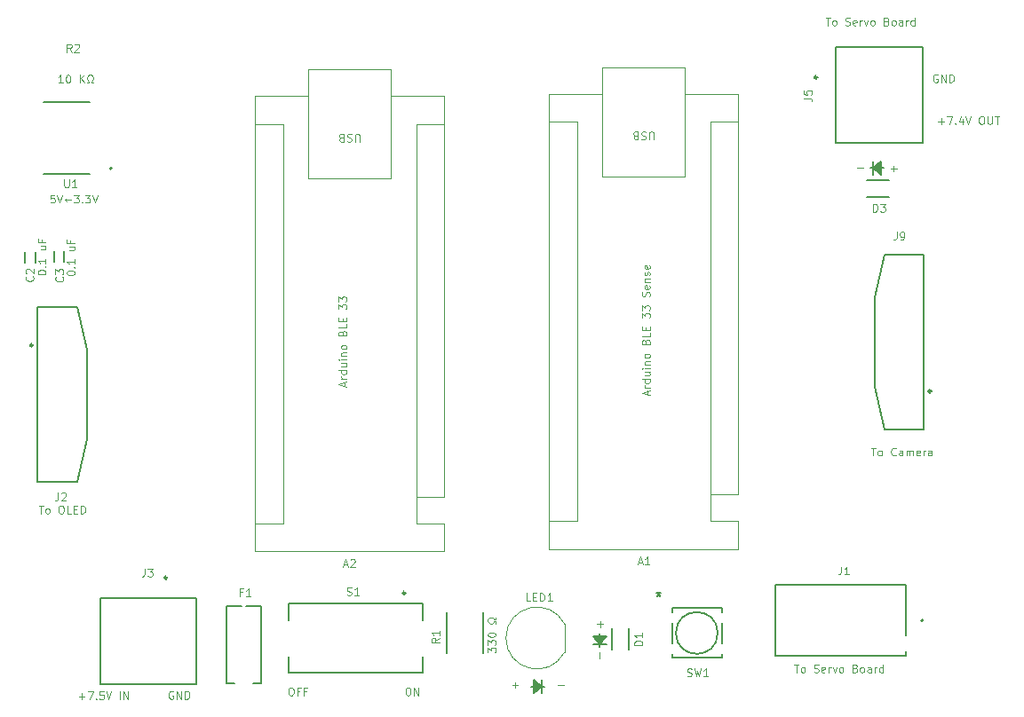
<source format=gto>
%TF.GenerationSoftware,KiCad,Pcbnew,6.0.10-86aedd382b~118~ubuntu18.04.1*%
%TF.CreationDate,2023-06-08T12:45:09-07:00*%
%TF.ProjectId,1000026_V0.kicad_pcb,31303030-3032-4365-9f56-302e6b696361,rev?*%
%TF.SameCoordinates,Original*%
%TF.FileFunction,Legend,Top*%
%TF.FilePolarity,Positive*%
%FSLAX46Y46*%
G04 Gerber Fmt 4.6, Leading zero omitted, Abs format (unit mm)*
G04 Created by KiCad (PCBNEW 6.0.10-86aedd382b~118~ubuntu18.04.1) date 2023-06-08 12:45:09*
%MOMM*%
%LPD*%
G01*
G04 APERTURE LIST*
%ADD10C,0.120000*%
%ADD11C,0.150000*%
%ADD12C,0.127000*%
%ADD13C,0.152400*%
%ADD14C,0.250000*%
%ADD15C,0.260000*%
%ADD16C,0.210000*%
%ADD17C,0.200000*%
G04 APERTURE END LIST*
D10*
X104607657Y-73352485D02*
X104250514Y-73352485D01*
X104214800Y-73709628D01*
X104250514Y-73673914D01*
X104321942Y-73638200D01*
X104500514Y-73638200D01*
X104571942Y-73673914D01*
X104607657Y-73709628D01*
X104643371Y-73781057D01*
X104643371Y-73959628D01*
X104607657Y-74031057D01*
X104571942Y-74066771D01*
X104500514Y-74102485D01*
X104321942Y-74102485D01*
X104250514Y-74066771D01*
X104214800Y-74031057D01*
X104857657Y-73352485D02*
X105107657Y-74102485D01*
X105357657Y-73352485D01*
X106179085Y-73816771D02*
X105607657Y-73816771D01*
X105750514Y-73959628D02*
X105607657Y-73816771D01*
X105750514Y-73673914D01*
X106464800Y-73352485D02*
X106929085Y-73352485D01*
X106679085Y-73638200D01*
X106786228Y-73638200D01*
X106857657Y-73673914D01*
X106893371Y-73709628D01*
X106929085Y-73781057D01*
X106929085Y-73959628D01*
X106893371Y-74031057D01*
X106857657Y-74066771D01*
X106786228Y-74102485D01*
X106571942Y-74102485D01*
X106500514Y-74066771D01*
X106464800Y-74031057D01*
X107250514Y-74031057D02*
X107286228Y-74066771D01*
X107250514Y-74102485D01*
X107214800Y-74066771D01*
X107250514Y-74031057D01*
X107250514Y-74102485D01*
X107536228Y-73352485D02*
X108000514Y-73352485D01*
X107750514Y-73638200D01*
X107857657Y-73638200D01*
X107929085Y-73673914D01*
X107964800Y-73709628D01*
X108000514Y-73781057D01*
X108000514Y-73959628D01*
X107964800Y-74031057D01*
X107929085Y-74066771D01*
X107857657Y-74102485D01*
X107643371Y-74102485D01*
X107571942Y-74066771D01*
X107536228Y-74031057D01*
X108214800Y-73352485D02*
X108464800Y-74102485D01*
X108714800Y-73352485D01*
X103114800Y-103002485D02*
X103543371Y-103002485D01*
X103329085Y-103752485D02*
X103329085Y-103002485D01*
X103900514Y-103752485D02*
X103829085Y-103716771D01*
X103793371Y-103681057D01*
X103757657Y-103609628D01*
X103757657Y-103395342D01*
X103793371Y-103323914D01*
X103829085Y-103288200D01*
X103900514Y-103252485D01*
X104007657Y-103252485D01*
X104079085Y-103288200D01*
X104114800Y-103323914D01*
X104150514Y-103395342D01*
X104150514Y-103609628D01*
X104114800Y-103681057D01*
X104079085Y-103716771D01*
X104007657Y-103752485D01*
X103900514Y-103752485D01*
X105186228Y-103002485D02*
X105329085Y-103002485D01*
X105400514Y-103038200D01*
X105471942Y-103109628D01*
X105507657Y-103252485D01*
X105507657Y-103502485D01*
X105471942Y-103645342D01*
X105400514Y-103716771D01*
X105329085Y-103752485D01*
X105186228Y-103752485D01*
X105114800Y-103716771D01*
X105043371Y-103645342D01*
X105007657Y-103502485D01*
X105007657Y-103252485D01*
X105043371Y-103109628D01*
X105114800Y-103038200D01*
X105186228Y-103002485D01*
X106186228Y-103752485D02*
X105829085Y-103752485D01*
X105829085Y-103002485D01*
X106436228Y-103359628D02*
X106686228Y-103359628D01*
X106793371Y-103752485D02*
X106436228Y-103752485D01*
X106436228Y-103002485D01*
X106793371Y-103002485D01*
X107114800Y-103752485D02*
X107114800Y-103002485D01*
X107293371Y-103002485D01*
X107400514Y-103038200D01*
X107471942Y-103109628D01*
X107507657Y-103181057D01*
X107543371Y-103323914D01*
X107543371Y-103431057D01*
X107507657Y-103573914D01*
X107471942Y-103645342D01*
X107400514Y-103716771D01*
X107293371Y-103752485D01*
X107114800Y-103752485D01*
X132239800Y-91563200D02*
X132239800Y-91206057D01*
X132454085Y-91634628D02*
X131704085Y-91384628D01*
X132454085Y-91134628D01*
X132454085Y-90884628D02*
X131954085Y-90884628D01*
X132096942Y-90884628D02*
X132025514Y-90848914D01*
X131989800Y-90813200D01*
X131954085Y-90741771D01*
X131954085Y-90670342D01*
X132454085Y-90098914D02*
X131704085Y-90098914D01*
X132418371Y-90098914D02*
X132454085Y-90170342D01*
X132454085Y-90313200D01*
X132418371Y-90384628D01*
X132382657Y-90420342D01*
X132311228Y-90456057D01*
X132096942Y-90456057D01*
X132025514Y-90420342D01*
X131989800Y-90384628D01*
X131954085Y-90313200D01*
X131954085Y-90170342D01*
X131989800Y-90098914D01*
X131954085Y-89420342D02*
X132454085Y-89420342D01*
X131954085Y-89741771D02*
X132346942Y-89741771D01*
X132418371Y-89706057D01*
X132454085Y-89634628D01*
X132454085Y-89527485D01*
X132418371Y-89456057D01*
X132382657Y-89420342D01*
X132454085Y-89063200D02*
X131954085Y-89063200D01*
X131704085Y-89063200D02*
X131739800Y-89098914D01*
X131775514Y-89063200D01*
X131739800Y-89027485D01*
X131704085Y-89063200D01*
X131775514Y-89063200D01*
X131954085Y-88706057D02*
X132454085Y-88706057D01*
X132025514Y-88706057D02*
X131989800Y-88670342D01*
X131954085Y-88598914D01*
X131954085Y-88491771D01*
X131989800Y-88420342D01*
X132061228Y-88384628D01*
X132454085Y-88384628D01*
X132454085Y-87920342D02*
X132418371Y-87991771D01*
X132382657Y-88027485D01*
X132311228Y-88063200D01*
X132096942Y-88063200D01*
X132025514Y-88027485D01*
X131989800Y-87991771D01*
X131954085Y-87920342D01*
X131954085Y-87813200D01*
X131989800Y-87741771D01*
X132025514Y-87706057D01*
X132096942Y-87670342D01*
X132311228Y-87670342D01*
X132382657Y-87706057D01*
X132418371Y-87741771D01*
X132454085Y-87813200D01*
X132454085Y-87920342D01*
X132061228Y-86527485D02*
X132096942Y-86420342D01*
X132132657Y-86384628D01*
X132204085Y-86348914D01*
X132311228Y-86348914D01*
X132382657Y-86384628D01*
X132418371Y-86420342D01*
X132454085Y-86491771D01*
X132454085Y-86777485D01*
X131704085Y-86777485D01*
X131704085Y-86527485D01*
X131739800Y-86456057D01*
X131775514Y-86420342D01*
X131846942Y-86384628D01*
X131918371Y-86384628D01*
X131989800Y-86420342D01*
X132025514Y-86456057D01*
X132061228Y-86527485D01*
X132061228Y-86777485D01*
X132454085Y-85670342D02*
X132454085Y-86027485D01*
X131704085Y-86027485D01*
X132061228Y-85420342D02*
X132061228Y-85170342D01*
X132454085Y-85063200D02*
X132454085Y-85420342D01*
X131704085Y-85420342D01*
X131704085Y-85063200D01*
X131704085Y-84241771D02*
X131704085Y-83777485D01*
X131989800Y-84027485D01*
X131989800Y-83920342D01*
X132025514Y-83848914D01*
X132061228Y-83813200D01*
X132132657Y-83777485D01*
X132311228Y-83777485D01*
X132382657Y-83813200D01*
X132418371Y-83848914D01*
X132454085Y-83920342D01*
X132454085Y-84134628D01*
X132418371Y-84206057D01*
X132382657Y-84241771D01*
X131704085Y-83527485D02*
X131704085Y-83063200D01*
X131989800Y-83313200D01*
X131989800Y-83206057D01*
X132025514Y-83134628D01*
X132061228Y-83098914D01*
X132132657Y-83063200D01*
X132311228Y-83063200D01*
X132382657Y-83098914D01*
X132418371Y-83134628D01*
X132454085Y-83206057D01*
X132454085Y-83420342D01*
X132418371Y-83491771D01*
X132382657Y-83527485D01*
X138250514Y-120352485D02*
X138393371Y-120352485D01*
X138464800Y-120388200D01*
X138536228Y-120459628D01*
X138571942Y-120602485D01*
X138571942Y-120852485D01*
X138536228Y-120995342D01*
X138464800Y-121066771D01*
X138393371Y-121102485D01*
X138250514Y-121102485D01*
X138179085Y-121066771D01*
X138107657Y-120995342D01*
X138071942Y-120852485D01*
X138071942Y-120602485D01*
X138107657Y-120459628D01*
X138179085Y-120388200D01*
X138250514Y-120352485D01*
X138893371Y-121102485D02*
X138893371Y-120352485D01*
X139321942Y-121102485D01*
X139321942Y-120352485D01*
X127100514Y-120352485D02*
X127243371Y-120352485D01*
X127314800Y-120388200D01*
X127386228Y-120459628D01*
X127421942Y-120602485D01*
X127421942Y-120852485D01*
X127386228Y-120995342D01*
X127314800Y-121066771D01*
X127243371Y-121102485D01*
X127100514Y-121102485D01*
X127029085Y-121066771D01*
X126957657Y-120995342D01*
X126921942Y-120852485D01*
X126921942Y-120602485D01*
X126957657Y-120459628D01*
X127029085Y-120388200D01*
X127100514Y-120352485D01*
X127993371Y-120709628D02*
X127743371Y-120709628D01*
X127743371Y-121102485D02*
X127743371Y-120352485D01*
X128100514Y-120352485D01*
X128636228Y-120709628D02*
X128386228Y-120709628D01*
X128386228Y-121102485D02*
X128386228Y-120352485D01*
X128743371Y-120352485D01*
X182468371Y-97477485D02*
X182896942Y-97477485D01*
X182682657Y-98227485D02*
X182682657Y-97477485D01*
X183254085Y-98227485D02*
X183182657Y-98191771D01*
X183146942Y-98156057D01*
X183111228Y-98084628D01*
X183111228Y-97870342D01*
X183146942Y-97798914D01*
X183182657Y-97763200D01*
X183254085Y-97727485D01*
X183361228Y-97727485D01*
X183432657Y-97763200D01*
X183468371Y-97798914D01*
X183504085Y-97870342D01*
X183504085Y-98084628D01*
X183468371Y-98156057D01*
X183432657Y-98191771D01*
X183361228Y-98227485D01*
X183254085Y-98227485D01*
X184825514Y-98156057D02*
X184789800Y-98191771D01*
X184682657Y-98227485D01*
X184611228Y-98227485D01*
X184504085Y-98191771D01*
X184432657Y-98120342D01*
X184396942Y-98048914D01*
X184361228Y-97906057D01*
X184361228Y-97798914D01*
X184396942Y-97656057D01*
X184432657Y-97584628D01*
X184504085Y-97513200D01*
X184611228Y-97477485D01*
X184682657Y-97477485D01*
X184789800Y-97513200D01*
X184825514Y-97548914D01*
X185468371Y-98227485D02*
X185468371Y-97834628D01*
X185432657Y-97763200D01*
X185361228Y-97727485D01*
X185218371Y-97727485D01*
X185146942Y-97763200D01*
X185468371Y-98191771D02*
X185396942Y-98227485D01*
X185218371Y-98227485D01*
X185146942Y-98191771D01*
X185111228Y-98120342D01*
X185111228Y-98048914D01*
X185146942Y-97977485D01*
X185218371Y-97941771D01*
X185396942Y-97941771D01*
X185468371Y-97906057D01*
X185825514Y-98227485D02*
X185825514Y-97727485D01*
X185825514Y-97798914D02*
X185861228Y-97763200D01*
X185932657Y-97727485D01*
X186039800Y-97727485D01*
X186111228Y-97763200D01*
X186146942Y-97834628D01*
X186146942Y-98227485D01*
X186146942Y-97834628D02*
X186182657Y-97763200D01*
X186254085Y-97727485D01*
X186361228Y-97727485D01*
X186432657Y-97763200D01*
X186468371Y-97834628D01*
X186468371Y-98227485D01*
X187111228Y-98191771D02*
X187039800Y-98227485D01*
X186896942Y-98227485D01*
X186825514Y-98191771D01*
X186789800Y-98120342D01*
X186789800Y-97834628D01*
X186825514Y-97763200D01*
X186896942Y-97727485D01*
X187039800Y-97727485D01*
X187111228Y-97763200D01*
X187146942Y-97834628D01*
X187146942Y-97906057D01*
X186789800Y-97977485D01*
X187468371Y-98227485D02*
X187468371Y-97727485D01*
X187468371Y-97870342D02*
X187504085Y-97798914D01*
X187539800Y-97763200D01*
X187611228Y-97727485D01*
X187682657Y-97727485D01*
X188254085Y-98227485D02*
X188254085Y-97834628D01*
X188218371Y-97763200D01*
X188146942Y-97727485D01*
X188004085Y-97727485D01*
X187932657Y-97763200D01*
X188254085Y-98191771D02*
X188182657Y-98227485D01*
X188004085Y-98227485D01*
X187932657Y-98191771D01*
X187896942Y-98120342D01*
X187896942Y-98048914D01*
X187932657Y-97977485D01*
X188004085Y-97941771D01*
X188182657Y-97941771D01*
X188254085Y-97906057D01*
X188793371Y-61888200D02*
X188721942Y-61852485D01*
X188614800Y-61852485D01*
X188507657Y-61888200D01*
X188436228Y-61959628D01*
X188400514Y-62031057D01*
X188364800Y-62173914D01*
X188364800Y-62281057D01*
X188400514Y-62423914D01*
X188436228Y-62495342D01*
X188507657Y-62566771D01*
X188614800Y-62602485D01*
X188686228Y-62602485D01*
X188793371Y-62566771D01*
X188829085Y-62531057D01*
X188829085Y-62281057D01*
X188686228Y-62281057D01*
X189150514Y-62602485D02*
X189150514Y-61852485D01*
X189579085Y-62602485D01*
X189579085Y-61852485D01*
X189936228Y-62602485D02*
X189936228Y-61852485D01*
X190114800Y-61852485D01*
X190221942Y-61888200D01*
X190293371Y-61959628D01*
X190329085Y-62031057D01*
X190364800Y-62173914D01*
X190364800Y-62281057D01*
X190329085Y-62423914D01*
X190293371Y-62495342D01*
X190221942Y-62566771D01*
X190114800Y-62602485D01*
X189936228Y-62602485D01*
X115918371Y-120738200D02*
X115846942Y-120702485D01*
X115739800Y-120702485D01*
X115632657Y-120738200D01*
X115561228Y-120809628D01*
X115525514Y-120881057D01*
X115489800Y-121023914D01*
X115489800Y-121131057D01*
X115525514Y-121273914D01*
X115561228Y-121345342D01*
X115632657Y-121416771D01*
X115739800Y-121452485D01*
X115811228Y-121452485D01*
X115918371Y-121416771D01*
X115954085Y-121381057D01*
X115954085Y-121131057D01*
X115811228Y-121131057D01*
X116275514Y-121452485D02*
X116275514Y-120702485D01*
X116704085Y-121452485D01*
X116704085Y-120702485D01*
X117061228Y-121452485D02*
X117061228Y-120702485D01*
X117239800Y-120702485D01*
X117346942Y-120738200D01*
X117418371Y-120809628D01*
X117454085Y-120881057D01*
X117489800Y-121023914D01*
X117489800Y-121131057D01*
X117454085Y-121273914D01*
X117418371Y-121345342D01*
X117346942Y-121416771D01*
X117239800Y-121452485D01*
X117061228Y-121452485D01*
X188857657Y-66316771D02*
X189429085Y-66316771D01*
X189143371Y-66602485D02*
X189143371Y-66031057D01*
X189714800Y-65852485D02*
X190214800Y-65852485D01*
X189893371Y-66602485D01*
X190500514Y-66531057D02*
X190536228Y-66566771D01*
X190500514Y-66602485D01*
X190464800Y-66566771D01*
X190500514Y-66531057D01*
X190500514Y-66602485D01*
X191179085Y-66102485D02*
X191179085Y-66602485D01*
X191000514Y-65816771D02*
X190821942Y-66352485D01*
X191286228Y-66352485D01*
X191464800Y-65852485D02*
X191714800Y-66602485D01*
X191964800Y-65852485D01*
X192929085Y-65852485D02*
X193071942Y-65852485D01*
X193143371Y-65888200D01*
X193214800Y-65959628D01*
X193250514Y-66102485D01*
X193250514Y-66352485D01*
X193214800Y-66495342D01*
X193143371Y-66566771D01*
X193071942Y-66602485D01*
X192929085Y-66602485D01*
X192857657Y-66566771D01*
X192786228Y-66495342D01*
X192750514Y-66352485D01*
X192750514Y-66102485D01*
X192786228Y-65959628D01*
X192857657Y-65888200D01*
X192929085Y-65852485D01*
X193571942Y-65852485D02*
X193571942Y-66459628D01*
X193607657Y-66531057D01*
X193643371Y-66566771D01*
X193714800Y-66602485D01*
X193857657Y-66602485D01*
X193929085Y-66566771D01*
X193964800Y-66531057D01*
X194000514Y-66459628D01*
X194000514Y-65852485D01*
X194250514Y-65852485D02*
X194679085Y-65852485D01*
X194464800Y-66602485D02*
X194464800Y-65852485D01*
X175129085Y-118152485D02*
X175557657Y-118152485D01*
X175343371Y-118902485D02*
X175343371Y-118152485D01*
X175914800Y-118902485D02*
X175843371Y-118866771D01*
X175807657Y-118831057D01*
X175771942Y-118759628D01*
X175771942Y-118545342D01*
X175807657Y-118473914D01*
X175843371Y-118438200D01*
X175914800Y-118402485D01*
X176021942Y-118402485D01*
X176093371Y-118438200D01*
X176129085Y-118473914D01*
X176164800Y-118545342D01*
X176164800Y-118759628D01*
X176129085Y-118831057D01*
X176093371Y-118866771D01*
X176021942Y-118902485D01*
X175914800Y-118902485D01*
X177021942Y-118866771D02*
X177129085Y-118902485D01*
X177307657Y-118902485D01*
X177379085Y-118866771D01*
X177414800Y-118831057D01*
X177450514Y-118759628D01*
X177450514Y-118688200D01*
X177414800Y-118616771D01*
X177379085Y-118581057D01*
X177307657Y-118545342D01*
X177164800Y-118509628D01*
X177093371Y-118473914D01*
X177057657Y-118438200D01*
X177021942Y-118366771D01*
X177021942Y-118295342D01*
X177057657Y-118223914D01*
X177093371Y-118188200D01*
X177164800Y-118152485D01*
X177343371Y-118152485D01*
X177450514Y-118188200D01*
X178057657Y-118866771D02*
X177986228Y-118902485D01*
X177843371Y-118902485D01*
X177771942Y-118866771D01*
X177736228Y-118795342D01*
X177736228Y-118509628D01*
X177771942Y-118438200D01*
X177843371Y-118402485D01*
X177986228Y-118402485D01*
X178057657Y-118438200D01*
X178093371Y-118509628D01*
X178093371Y-118581057D01*
X177736228Y-118652485D01*
X178414800Y-118902485D02*
X178414800Y-118402485D01*
X178414800Y-118545342D02*
X178450514Y-118473914D01*
X178486228Y-118438200D01*
X178557657Y-118402485D01*
X178629085Y-118402485D01*
X178807657Y-118402485D02*
X178986228Y-118902485D01*
X179164800Y-118402485D01*
X179557657Y-118902485D02*
X179486228Y-118866771D01*
X179450514Y-118831057D01*
X179414800Y-118759628D01*
X179414800Y-118545342D01*
X179450514Y-118473914D01*
X179486228Y-118438200D01*
X179557657Y-118402485D01*
X179664800Y-118402485D01*
X179736228Y-118438200D01*
X179771942Y-118473914D01*
X179807657Y-118545342D01*
X179807657Y-118759628D01*
X179771942Y-118831057D01*
X179736228Y-118866771D01*
X179664800Y-118902485D01*
X179557657Y-118902485D01*
X180950514Y-118509628D02*
X181057657Y-118545342D01*
X181093371Y-118581057D01*
X181129085Y-118652485D01*
X181129085Y-118759628D01*
X181093371Y-118831057D01*
X181057657Y-118866771D01*
X180986228Y-118902485D01*
X180700514Y-118902485D01*
X180700514Y-118152485D01*
X180950514Y-118152485D01*
X181021942Y-118188200D01*
X181057657Y-118223914D01*
X181093371Y-118295342D01*
X181093371Y-118366771D01*
X181057657Y-118438200D01*
X181021942Y-118473914D01*
X180950514Y-118509628D01*
X180700514Y-118509628D01*
X181557657Y-118902485D02*
X181486228Y-118866771D01*
X181450514Y-118831057D01*
X181414800Y-118759628D01*
X181414800Y-118545342D01*
X181450514Y-118473914D01*
X181486228Y-118438200D01*
X181557657Y-118402485D01*
X181664800Y-118402485D01*
X181736228Y-118438200D01*
X181771942Y-118473914D01*
X181807657Y-118545342D01*
X181807657Y-118759628D01*
X181771942Y-118831057D01*
X181736228Y-118866771D01*
X181664800Y-118902485D01*
X181557657Y-118902485D01*
X182450514Y-118902485D02*
X182450514Y-118509628D01*
X182414800Y-118438200D01*
X182343371Y-118402485D01*
X182200514Y-118402485D01*
X182129085Y-118438200D01*
X182450514Y-118866771D02*
X182379085Y-118902485D01*
X182200514Y-118902485D01*
X182129085Y-118866771D01*
X182093371Y-118795342D01*
X182093371Y-118723914D01*
X182129085Y-118652485D01*
X182200514Y-118616771D01*
X182379085Y-118616771D01*
X182450514Y-118581057D01*
X182807657Y-118902485D02*
X182807657Y-118402485D01*
X182807657Y-118545342D02*
X182843371Y-118473914D01*
X182879085Y-118438200D01*
X182950514Y-118402485D01*
X183021942Y-118402485D01*
X183593371Y-118902485D02*
X183593371Y-118152485D01*
X183593371Y-118866771D02*
X183521942Y-118902485D01*
X183379085Y-118902485D01*
X183307657Y-118866771D01*
X183271942Y-118831057D01*
X183236228Y-118759628D01*
X183236228Y-118545342D01*
X183271942Y-118473914D01*
X183307657Y-118438200D01*
X183379085Y-118402485D01*
X183521942Y-118402485D01*
X183593371Y-118438200D01*
X106932657Y-121191771D02*
X107504085Y-121191771D01*
X107218371Y-121477485D02*
X107218371Y-120906057D01*
X107789800Y-120727485D02*
X108289800Y-120727485D01*
X107968371Y-121477485D01*
X108575514Y-121406057D02*
X108611228Y-121441771D01*
X108575514Y-121477485D01*
X108539800Y-121441771D01*
X108575514Y-121406057D01*
X108575514Y-121477485D01*
X109289800Y-120727485D02*
X108932657Y-120727485D01*
X108896942Y-121084628D01*
X108932657Y-121048914D01*
X109004085Y-121013200D01*
X109182657Y-121013200D01*
X109254085Y-121048914D01*
X109289800Y-121084628D01*
X109325514Y-121156057D01*
X109325514Y-121334628D01*
X109289800Y-121406057D01*
X109254085Y-121441771D01*
X109182657Y-121477485D01*
X109004085Y-121477485D01*
X108932657Y-121441771D01*
X108896942Y-121406057D01*
X109539800Y-120727485D02*
X109789800Y-121477485D01*
X110039800Y-120727485D01*
X110861228Y-121477485D02*
X110861228Y-120727485D01*
X111218371Y-121477485D02*
X111218371Y-120727485D01*
X111646942Y-121477485D01*
X111646942Y-120727485D01*
X178129085Y-56427485D02*
X178557657Y-56427485D01*
X178343371Y-57177485D02*
X178343371Y-56427485D01*
X178914800Y-57177485D02*
X178843371Y-57141771D01*
X178807657Y-57106057D01*
X178771942Y-57034628D01*
X178771942Y-56820342D01*
X178807657Y-56748914D01*
X178843371Y-56713200D01*
X178914800Y-56677485D01*
X179021942Y-56677485D01*
X179093371Y-56713200D01*
X179129085Y-56748914D01*
X179164800Y-56820342D01*
X179164800Y-57034628D01*
X179129085Y-57106057D01*
X179093371Y-57141771D01*
X179021942Y-57177485D01*
X178914800Y-57177485D01*
X180021942Y-57141771D02*
X180129085Y-57177485D01*
X180307657Y-57177485D01*
X180379085Y-57141771D01*
X180414800Y-57106057D01*
X180450514Y-57034628D01*
X180450514Y-56963200D01*
X180414800Y-56891771D01*
X180379085Y-56856057D01*
X180307657Y-56820342D01*
X180164800Y-56784628D01*
X180093371Y-56748914D01*
X180057657Y-56713200D01*
X180021942Y-56641771D01*
X180021942Y-56570342D01*
X180057657Y-56498914D01*
X180093371Y-56463200D01*
X180164800Y-56427485D01*
X180343371Y-56427485D01*
X180450514Y-56463200D01*
X181057657Y-57141771D02*
X180986228Y-57177485D01*
X180843371Y-57177485D01*
X180771942Y-57141771D01*
X180736228Y-57070342D01*
X180736228Y-56784628D01*
X180771942Y-56713200D01*
X180843371Y-56677485D01*
X180986228Y-56677485D01*
X181057657Y-56713200D01*
X181093371Y-56784628D01*
X181093371Y-56856057D01*
X180736228Y-56927485D01*
X181414800Y-57177485D02*
X181414800Y-56677485D01*
X181414800Y-56820342D02*
X181450514Y-56748914D01*
X181486228Y-56713200D01*
X181557657Y-56677485D01*
X181629085Y-56677485D01*
X181807657Y-56677485D02*
X181986228Y-57177485D01*
X182164800Y-56677485D01*
X182557657Y-57177485D02*
X182486228Y-57141771D01*
X182450514Y-57106057D01*
X182414800Y-57034628D01*
X182414800Y-56820342D01*
X182450514Y-56748914D01*
X182486228Y-56713200D01*
X182557657Y-56677485D01*
X182664800Y-56677485D01*
X182736228Y-56713200D01*
X182771942Y-56748914D01*
X182807657Y-56820342D01*
X182807657Y-57034628D01*
X182771942Y-57106057D01*
X182736228Y-57141771D01*
X182664800Y-57177485D01*
X182557657Y-57177485D01*
X183950514Y-56784628D02*
X184057657Y-56820342D01*
X184093371Y-56856057D01*
X184129085Y-56927485D01*
X184129085Y-57034628D01*
X184093371Y-57106057D01*
X184057657Y-57141771D01*
X183986228Y-57177485D01*
X183700514Y-57177485D01*
X183700514Y-56427485D01*
X183950514Y-56427485D01*
X184021942Y-56463200D01*
X184057657Y-56498914D01*
X184093371Y-56570342D01*
X184093371Y-56641771D01*
X184057657Y-56713200D01*
X184021942Y-56748914D01*
X183950514Y-56784628D01*
X183700514Y-56784628D01*
X184557657Y-57177485D02*
X184486228Y-57141771D01*
X184450514Y-57106057D01*
X184414800Y-57034628D01*
X184414800Y-56820342D01*
X184450514Y-56748914D01*
X184486228Y-56713200D01*
X184557657Y-56677485D01*
X184664800Y-56677485D01*
X184736228Y-56713200D01*
X184771942Y-56748914D01*
X184807657Y-56820342D01*
X184807657Y-57034628D01*
X184771942Y-57106057D01*
X184736228Y-57141771D01*
X184664800Y-57177485D01*
X184557657Y-57177485D01*
X185450514Y-57177485D02*
X185450514Y-56784628D01*
X185414800Y-56713200D01*
X185343371Y-56677485D01*
X185200514Y-56677485D01*
X185129085Y-56713200D01*
X185450514Y-57141771D02*
X185379085Y-57177485D01*
X185200514Y-57177485D01*
X185129085Y-57141771D01*
X185093371Y-57070342D01*
X185093371Y-56998914D01*
X185129085Y-56927485D01*
X185200514Y-56891771D01*
X185379085Y-56891771D01*
X185450514Y-56856057D01*
X185807657Y-57177485D02*
X185807657Y-56677485D01*
X185807657Y-56820342D02*
X185843371Y-56748914D01*
X185879085Y-56713200D01*
X185950514Y-56677485D01*
X186021942Y-56677485D01*
X186593371Y-57177485D02*
X186593371Y-56427485D01*
X186593371Y-57141771D02*
X186521942Y-57177485D01*
X186379085Y-57177485D01*
X186307657Y-57141771D01*
X186271942Y-57106057D01*
X186236228Y-57034628D01*
X186236228Y-56820342D01*
X186271942Y-56748914D01*
X186307657Y-56713200D01*
X186379085Y-56677485D01*
X186521942Y-56677485D01*
X186593371Y-56713200D01*
X161143800Y-92401771D02*
X161143800Y-92044628D01*
X161358085Y-92473200D02*
X160608085Y-92223200D01*
X161358085Y-91973200D01*
X161358085Y-91723200D02*
X160858085Y-91723200D01*
X161000942Y-91723200D02*
X160929514Y-91687485D01*
X160893800Y-91651771D01*
X160858085Y-91580342D01*
X160858085Y-91508914D01*
X161358085Y-90937485D02*
X160608085Y-90937485D01*
X161322371Y-90937485D02*
X161358085Y-91008914D01*
X161358085Y-91151771D01*
X161322371Y-91223200D01*
X161286657Y-91258914D01*
X161215228Y-91294628D01*
X161000942Y-91294628D01*
X160929514Y-91258914D01*
X160893800Y-91223200D01*
X160858085Y-91151771D01*
X160858085Y-91008914D01*
X160893800Y-90937485D01*
X160858085Y-90258914D02*
X161358085Y-90258914D01*
X160858085Y-90580342D02*
X161250942Y-90580342D01*
X161322371Y-90544628D01*
X161358085Y-90473200D01*
X161358085Y-90366057D01*
X161322371Y-90294628D01*
X161286657Y-90258914D01*
X161358085Y-89901771D02*
X160858085Y-89901771D01*
X160608085Y-89901771D02*
X160643800Y-89937485D01*
X160679514Y-89901771D01*
X160643800Y-89866057D01*
X160608085Y-89901771D01*
X160679514Y-89901771D01*
X160858085Y-89544628D02*
X161358085Y-89544628D01*
X160929514Y-89544628D02*
X160893800Y-89508914D01*
X160858085Y-89437485D01*
X160858085Y-89330342D01*
X160893800Y-89258914D01*
X160965228Y-89223200D01*
X161358085Y-89223200D01*
X161358085Y-88758914D02*
X161322371Y-88830342D01*
X161286657Y-88866057D01*
X161215228Y-88901771D01*
X161000942Y-88901771D01*
X160929514Y-88866057D01*
X160893800Y-88830342D01*
X160858085Y-88758914D01*
X160858085Y-88651771D01*
X160893800Y-88580342D01*
X160929514Y-88544628D01*
X161000942Y-88508914D01*
X161215228Y-88508914D01*
X161286657Y-88544628D01*
X161322371Y-88580342D01*
X161358085Y-88651771D01*
X161358085Y-88758914D01*
X160965228Y-87366057D02*
X161000942Y-87258914D01*
X161036657Y-87223200D01*
X161108085Y-87187485D01*
X161215228Y-87187485D01*
X161286657Y-87223200D01*
X161322371Y-87258914D01*
X161358085Y-87330342D01*
X161358085Y-87616057D01*
X160608085Y-87616057D01*
X160608085Y-87366057D01*
X160643800Y-87294628D01*
X160679514Y-87258914D01*
X160750942Y-87223200D01*
X160822371Y-87223200D01*
X160893800Y-87258914D01*
X160929514Y-87294628D01*
X160965228Y-87366057D01*
X160965228Y-87616057D01*
X161358085Y-86508914D02*
X161358085Y-86866057D01*
X160608085Y-86866057D01*
X160965228Y-86258914D02*
X160965228Y-86008914D01*
X161358085Y-85901771D02*
X161358085Y-86258914D01*
X160608085Y-86258914D01*
X160608085Y-85901771D01*
X160608085Y-85080342D02*
X160608085Y-84616057D01*
X160893800Y-84866057D01*
X160893800Y-84758914D01*
X160929514Y-84687485D01*
X160965228Y-84651771D01*
X161036657Y-84616057D01*
X161215228Y-84616057D01*
X161286657Y-84651771D01*
X161322371Y-84687485D01*
X161358085Y-84758914D01*
X161358085Y-84973200D01*
X161322371Y-85044628D01*
X161286657Y-85080342D01*
X160608085Y-84366057D02*
X160608085Y-83901771D01*
X160893800Y-84151771D01*
X160893800Y-84044628D01*
X160929514Y-83973200D01*
X160965228Y-83937485D01*
X161036657Y-83901771D01*
X161215228Y-83901771D01*
X161286657Y-83937485D01*
X161322371Y-83973200D01*
X161358085Y-84044628D01*
X161358085Y-84258914D01*
X161322371Y-84330342D01*
X161286657Y-84366057D01*
X161322371Y-83044628D02*
X161358085Y-82937485D01*
X161358085Y-82758914D01*
X161322371Y-82687485D01*
X161286657Y-82651771D01*
X161215228Y-82616057D01*
X161143800Y-82616057D01*
X161072371Y-82651771D01*
X161036657Y-82687485D01*
X161000942Y-82758914D01*
X160965228Y-82901771D01*
X160929514Y-82973200D01*
X160893800Y-83008914D01*
X160822371Y-83044628D01*
X160750942Y-83044628D01*
X160679514Y-83008914D01*
X160643800Y-82973200D01*
X160608085Y-82901771D01*
X160608085Y-82723200D01*
X160643800Y-82616057D01*
X161322371Y-82008914D02*
X161358085Y-82080342D01*
X161358085Y-82223200D01*
X161322371Y-82294628D01*
X161250942Y-82330342D01*
X160965228Y-82330342D01*
X160893800Y-82294628D01*
X160858085Y-82223200D01*
X160858085Y-82080342D01*
X160893800Y-82008914D01*
X160965228Y-81973200D01*
X161036657Y-81973200D01*
X161108085Y-82330342D01*
X160858085Y-81651771D02*
X161358085Y-81651771D01*
X160929514Y-81651771D02*
X160893800Y-81616057D01*
X160858085Y-81544628D01*
X160858085Y-81437485D01*
X160893800Y-81366057D01*
X160965228Y-81330342D01*
X161358085Y-81330342D01*
X161322371Y-81008914D02*
X161358085Y-80937485D01*
X161358085Y-80794628D01*
X161322371Y-80723200D01*
X161250942Y-80687485D01*
X161215228Y-80687485D01*
X161143800Y-80723200D01*
X161108085Y-80794628D01*
X161108085Y-80901771D01*
X161072371Y-80973200D01*
X161000942Y-81008914D01*
X160965228Y-81008914D01*
X160893800Y-80973200D01*
X160858085Y-80901771D01*
X160858085Y-80794628D01*
X160893800Y-80723200D01*
X161322371Y-80080342D02*
X161358085Y-80151771D01*
X161358085Y-80294628D01*
X161322371Y-80366057D01*
X161250942Y-80401771D01*
X160965228Y-80401771D01*
X160893800Y-80366057D01*
X160858085Y-80294628D01*
X160858085Y-80151771D01*
X160893800Y-80080342D01*
X160965228Y-80044628D01*
X161036657Y-80044628D01*
X161108085Y-80401771D01*
%TO.C,A2*%
X132209085Y-108618200D02*
X132566228Y-108618200D01*
X132137657Y-108832485D02*
X132387657Y-108082485D01*
X132637657Y-108832485D01*
X132851942Y-108153914D02*
X132887657Y-108118200D01*
X132959085Y-108082485D01*
X133137657Y-108082485D01*
X133209085Y-108118200D01*
X133244800Y-108153914D01*
X133280514Y-108225342D01*
X133280514Y-108296771D01*
X133244800Y-108403914D01*
X132816228Y-108832485D01*
X133280514Y-108832485D01*
X133691228Y-68263914D02*
X133691228Y-67656771D01*
X133655514Y-67585342D01*
X133619800Y-67549628D01*
X133548371Y-67513914D01*
X133405514Y-67513914D01*
X133334085Y-67549628D01*
X133298371Y-67585342D01*
X133262657Y-67656771D01*
X133262657Y-68263914D01*
X132941228Y-67549628D02*
X132834085Y-67513914D01*
X132655514Y-67513914D01*
X132584085Y-67549628D01*
X132548371Y-67585342D01*
X132512657Y-67656771D01*
X132512657Y-67728200D01*
X132548371Y-67799628D01*
X132584085Y-67835342D01*
X132655514Y-67871057D01*
X132798371Y-67906771D01*
X132869800Y-67942485D01*
X132905514Y-67978200D01*
X132941228Y-68049628D01*
X132941228Y-68121057D01*
X132905514Y-68192485D01*
X132869800Y-68228200D01*
X132798371Y-68263914D01*
X132619800Y-68263914D01*
X132512657Y-68228200D01*
X131941228Y-67906771D02*
X131834085Y-67871057D01*
X131798371Y-67835342D01*
X131762657Y-67763914D01*
X131762657Y-67656771D01*
X131798371Y-67585342D01*
X131834085Y-67549628D01*
X131905514Y-67513914D01*
X132191228Y-67513914D01*
X132191228Y-68263914D01*
X131941228Y-68263914D01*
X131869800Y-68228200D01*
X131834085Y-68192485D01*
X131798371Y-68121057D01*
X131798371Y-68049628D01*
X131834085Y-67978200D01*
X131869800Y-67942485D01*
X131941228Y-67906771D01*
X132191228Y-67906771D01*
%TO.C,R1*%
X141304085Y-115638200D02*
X140946942Y-115888200D01*
X141304085Y-116066771D02*
X140554085Y-116066771D01*
X140554085Y-115781057D01*
X140589800Y-115709628D01*
X140625514Y-115673914D01*
X140696942Y-115638200D01*
X140804085Y-115638200D01*
X140875514Y-115673914D01*
X140911228Y-115709628D01*
X140946942Y-115781057D01*
X140946942Y-116066771D01*
X141304085Y-114923914D02*
X141304085Y-115352485D01*
X141304085Y-115138200D02*
X140554085Y-115138200D01*
X140661228Y-115209628D01*
X140732657Y-115281057D01*
X140768371Y-115352485D01*
X145929085Y-116991771D02*
X145929085Y-116527485D01*
X146214800Y-116777485D01*
X146214800Y-116670342D01*
X146250514Y-116598914D01*
X146286228Y-116563200D01*
X146357657Y-116527485D01*
X146536228Y-116527485D01*
X146607657Y-116563200D01*
X146643371Y-116598914D01*
X146679085Y-116670342D01*
X146679085Y-116884628D01*
X146643371Y-116956057D01*
X146607657Y-116991771D01*
X145929085Y-116277485D02*
X145929085Y-115813200D01*
X146214800Y-116063200D01*
X146214800Y-115956057D01*
X146250514Y-115884628D01*
X146286228Y-115848914D01*
X146357657Y-115813200D01*
X146536228Y-115813200D01*
X146607657Y-115848914D01*
X146643371Y-115884628D01*
X146679085Y-115956057D01*
X146679085Y-116170342D01*
X146643371Y-116241771D01*
X146607657Y-116277485D01*
X145929085Y-115348914D02*
X145929085Y-115277485D01*
X145964800Y-115206057D01*
X146000514Y-115170342D01*
X146071942Y-115134628D01*
X146214800Y-115098914D01*
X146393371Y-115098914D01*
X146536228Y-115134628D01*
X146607657Y-115170342D01*
X146643371Y-115206057D01*
X146679085Y-115277485D01*
X146679085Y-115348914D01*
X146643371Y-115420342D01*
X146607657Y-115456057D01*
X146536228Y-115491771D01*
X146393371Y-115527485D01*
X146214800Y-115527485D01*
X146071942Y-115491771D01*
X146000514Y-115456057D01*
X145964800Y-115420342D01*
X145929085Y-115348914D01*
X146679085Y-114241771D02*
X146679085Y-114063200D01*
X146536228Y-114063200D01*
X146500514Y-114134628D01*
X146429085Y-114206057D01*
X146321942Y-114241771D01*
X146143371Y-114241771D01*
X146036228Y-114206057D01*
X145964800Y-114134628D01*
X145929085Y-114027485D01*
X145929085Y-113884628D01*
X145964800Y-113777485D01*
X146036228Y-113706057D01*
X146143371Y-113670342D01*
X146321942Y-113670342D01*
X146429085Y-113706057D01*
X146500514Y-113777485D01*
X146536228Y-113848914D01*
X146679085Y-113848914D01*
X146679085Y-113670342D01*
%TO.C,J2*%
X104964800Y-101752485D02*
X104964800Y-102288200D01*
X104929085Y-102395342D01*
X104857657Y-102466771D01*
X104750514Y-102502485D01*
X104679085Y-102502485D01*
X105286228Y-101823914D02*
X105321942Y-101788200D01*
X105393371Y-101752485D01*
X105571942Y-101752485D01*
X105643371Y-101788200D01*
X105679085Y-101823914D01*
X105714800Y-101895342D01*
X105714800Y-101966771D01*
X105679085Y-102073914D01*
X105250514Y-102502485D01*
X105714800Y-102502485D01*
%TO.C,C3*%
X105382657Y-81163200D02*
X105418371Y-81198914D01*
X105454085Y-81306057D01*
X105454085Y-81377485D01*
X105418371Y-81484628D01*
X105346942Y-81556057D01*
X105275514Y-81591771D01*
X105132657Y-81627485D01*
X105025514Y-81627485D01*
X104882657Y-81591771D01*
X104811228Y-81556057D01*
X104739800Y-81484628D01*
X104704085Y-81377485D01*
X104704085Y-81306057D01*
X104739800Y-81198914D01*
X104775514Y-81163200D01*
X104704085Y-80913200D02*
X104704085Y-80448914D01*
X104989800Y-80698914D01*
X104989800Y-80591771D01*
X105025514Y-80520342D01*
X105061228Y-80484628D01*
X105132657Y-80448914D01*
X105311228Y-80448914D01*
X105382657Y-80484628D01*
X105418371Y-80520342D01*
X105454085Y-80591771D01*
X105454085Y-80806057D01*
X105418371Y-80877485D01*
X105382657Y-80913200D01*
X105779085Y-80831057D02*
X105779085Y-80759628D01*
X105814800Y-80688200D01*
X105850514Y-80652485D01*
X105921942Y-80616771D01*
X106064800Y-80581057D01*
X106243371Y-80581057D01*
X106386228Y-80616771D01*
X106457657Y-80652485D01*
X106493371Y-80688200D01*
X106529085Y-80759628D01*
X106529085Y-80831057D01*
X106493371Y-80902485D01*
X106457657Y-80938200D01*
X106386228Y-80973914D01*
X106243371Y-81009628D01*
X106064800Y-81009628D01*
X105921942Y-80973914D01*
X105850514Y-80938200D01*
X105814800Y-80902485D01*
X105779085Y-80831057D01*
X106457657Y-80259628D02*
X106493371Y-80223914D01*
X106529085Y-80259628D01*
X106493371Y-80295342D01*
X106457657Y-80259628D01*
X106529085Y-80259628D01*
X106529085Y-79509628D02*
X106529085Y-79938200D01*
X106529085Y-79723914D02*
X105779085Y-79723914D01*
X105886228Y-79795342D01*
X105957657Y-79866771D01*
X105993371Y-79938200D01*
X106029085Y-78295342D02*
X106529085Y-78295342D01*
X106029085Y-78616771D02*
X106421942Y-78616771D01*
X106493371Y-78581057D01*
X106529085Y-78509628D01*
X106529085Y-78402485D01*
X106493371Y-78331057D01*
X106457657Y-78295342D01*
X106136228Y-77688200D02*
X106136228Y-77938200D01*
X106529085Y-77938200D02*
X105779085Y-77938200D01*
X105779085Y-77581057D01*
%TO.C,J5*%
X176054085Y-64113200D02*
X176589800Y-64113200D01*
X176696942Y-64148914D01*
X176768371Y-64220342D01*
X176804085Y-64327485D01*
X176804085Y-64398914D01*
X176054085Y-63398914D02*
X176054085Y-63756057D01*
X176411228Y-63791771D01*
X176375514Y-63756057D01*
X176339800Y-63684628D01*
X176339800Y-63506057D01*
X176375514Y-63434628D01*
X176411228Y-63398914D01*
X176482657Y-63363200D01*
X176661228Y-63363200D01*
X176732657Y-63398914D01*
X176768371Y-63434628D01*
X176804085Y-63506057D01*
X176804085Y-63684628D01*
X176768371Y-63756057D01*
X176732657Y-63791771D01*
%TO.C,SW1*%
X164924000Y-119237371D02*
X165031142Y-119273085D01*
X165209714Y-119273085D01*
X165281142Y-119237371D01*
X165316857Y-119201657D01*
X165352571Y-119130228D01*
X165352571Y-119058800D01*
X165316857Y-118987371D01*
X165281142Y-118951657D01*
X165209714Y-118915942D01*
X165066857Y-118880228D01*
X164995428Y-118844514D01*
X164959714Y-118808800D01*
X164924000Y-118737371D01*
X164924000Y-118665942D01*
X164959714Y-118594514D01*
X164995428Y-118558800D01*
X165066857Y-118523085D01*
X165245428Y-118523085D01*
X165352571Y-118558800D01*
X165602571Y-118523085D02*
X165781142Y-119273085D01*
X165924000Y-118737371D01*
X166066857Y-119273085D01*
X166245428Y-118523085D01*
X166924000Y-119273085D02*
X166495428Y-119273085D01*
X166709714Y-119273085D02*
X166709714Y-118523085D01*
X166638285Y-118630228D01*
X166566857Y-118701657D01*
X166495428Y-118737371D01*
D11*
X162202900Y-111187381D02*
X162202900Y-111425477D01*
X161964804Y-111330239D02*
X162202900Y-111425477D01*
X162440995Y-111330239D01*
X162060042Y-111615953D02*
X162202900Y-111425477D01*
X162345757Y-111615953D01*
D10*
%TO.C,A1*%
X160259585Y-108416200D02*
X160616728Y-108416200D01*
X160188157Y-108630485D02*
X160438157Y-107880485D01*
X160688157Y-108630485D01*
X161331014Y-108630485D02*
X160902442Y-108630485D01*
X161116728Y-108630485D02*
X161116728Y-107880485D01*
X161045300Y-107987628D01*
X160973871Y-108059057D01*
X160902442Y-108094771D01*
X161741728Y-68061914D02*
X161741728Y-67454771D01*
X161706014Y-67383342D01*
X161670300Y-67347628D01*
X161598871Y-67311914D01*
X161456014Y-67311914D01*
X161384585Y-67347628D01*
X161348871Y-67383342D01*
X161313157Y-67454771D01*
X161313157Y-68061914D01*
X160991728Y-67347628D02*
X160884585Y-67311914D01*
X160706014Y-67311914D01*
X160634585Y-67347628D01*
X160598871Y-67383342D01*
X160563157Y-67454771D01*
X160563157Y-67526200D01*
X160598871Y-67597628D01*
X160634585Y-67633342D01*
X160706014Y-67669057D01*
X160848871Y-67704771D01*
X160920300Y-67740485D01*
X160956014Y-67776200D01*
X160991728Y-67847628D01*
X160991728Y-67919057D01*
X160956014Y-67990485D01*
X160920300Y-68026200D01*
X160848871Y-68061914D01*
X160670300Y-68061914D01*
X160563157Y-68026200D01*
X159991728Y-67704771D02*
X159884585Y-67669057D01*
X159848871Y-67633342D01*
X159813157Y-67561914D01*
X159813157Y-67454771D01*
X159848871Y-67383342D01*
X159884585Y-67347628D01*
X159956014Y-67311914D01*
X160241728Y-67311914D01*
X160241728Y-68061914D01*
X159991728Y-68061914D01*
X159920300Y-68026200D01*
X159884585Y-67990485D01*
X159848871Y-67919057D01*
X159848871Y-67847628D01*
X159884585Y-67776200D01*
X159920300Y-67740485D01*
X159991728Y-67704771D01*
X160241728Y-67704771D01*
%TO.C,J3*%
X113214800Y-109002485D02*
X113214800Y-109538200D01*
X113179085Y-109645342D01*
X113107657Y-109716771D01*
X113000514Y-109752485D01*
X112929085Y-109752485D01*
X113500514Y-109002485D02*
X113964800Y-109002485D01*
X113714800Y-109288200D01*
X113821942Y-109288200D01*
X113893371Y-109323914D01*
X113929085Y-109359628D01*
X113964800Y-109431057D01*
X113964800Y-109609628D01*
X113929085Y-109681057D01*
X113893371Y-109716771D01*
X113821942Y-109752485D01*
X113607657Y-109752485D01*
X113536228Y-109716771D01*
X113500514Y-109681057D01*
%TO.C,C2*%
X102557657Y-81113200D02*
X102593371Y-81148914D01*
X102629085Y-81256057D01*
X102629085Y-81327485D01*
X102593371Y-81434628D01*
X102521942Y-81506057D01*
X102450514Y-81541771D01*
X102307657Y-81577485D01*
X102200514Y-81577485D01*
X102057657Y-81541771D01*
X101986228Y-81506057D01*
X101914800Y-81434628D01*
X101879085Y-81327485D01*
X101879085Y-81256057D01*
X101914800Y-81148914D01*
X101950514Y-81113200D01*
X101950514Y-80827485D02*
X101914800Y-80791771D01*
X101879085Y-80720342D01*
X101879085Y-80541771D01*
X101914800Y-80470342D01*
X101950514Y-80434628D01*
X102021942Y-80398914D01*
X102093371Y-80398914D01*
X102200514Y-80434628D01*
X102629085Y-80863200D01*
X102629085Y-80398914D01*
X103029085Y-80781057D02*
X103029085Y-80709628D01*
X103064800Y-80638200D01*
X103100514Y-80602485D01*
X103171942Y-80566771D01*
X103314800Y-80531057D01*
X103493371Y-80531057D01*
X103636228Y-80566771D01*
X103707657Y-80602485D01*
X103743371Y-80638200D01*
X103779085Y-80709628D01*
X103779085Y-80781057D01*
X103743371Y-80852485D01*
X103707657Y-80888200D01*
X103636228Y-80923914D01*
X103493371Y-80959628D01*
X103314800Y-80959628D01*
X103171942Y-80923914D01*
X103100514Y-80888200D01*
X103064800Y-80852485D01*
X103029085Y-80781057D01*
X103707657Y-80209628D02*
X103743371Y-80173914D01*
X103779085Y-80209628D01*
X103743371Y-80245342D01*
X103707657Y-80209628D01*
X103779085Y-80209628D01*
X103779085Y-79459628D02*
X103779085Y-79888200D01*
X103779085Y-79673914D02*
X103029085Y-79673914D01*
X103136228Y-79745342D01*
X103207657Y-79816771D01*
X103243371Y-79888200D01*
X103279085Y-78245342D02*
X103779085Y-78245342D01*
X103279085Y-78566771D02*
X103671942Y-78566771D01*
X103743371Y-78531057D01*
X103779085Y-78459628D01*
X103779085Y-78352485D01*
X103743371Y-78281057D01*
X103707657Y-78245342D01*
X103386228Y-77638200D02*
X103386228Y-77888200D01*
X103779085Y-77888200D02*
X103029085Y-77888200D01*
X103029085Y-77531057D01*
%TO.C,F1*%
X122514800Y-111259628D02*
X122264800Y-111259628D01*
X122264800Y-111652485D02*
X122264800Y-110902485D01*
X122621942Y-110902485D01*
X123300514Y-111652485D02*
X122871942Y-111652485D01*
X123086228Y-111652485D02*
X123086228Y-110902485D01*
X123014800Y-111009628D01*
X122943371Y-111081057D01*
X122871942Y-111116771D01*
%TO.C,D3*%
X182661228Y-74952485D02*
X182661228Y-74202485D01*
X182839800Y-74202485D01*
X182946942Y-74238200D01*
X183018371Y-74309628D01*
X183054085Y-74381057D01*
X183089800Y-74523914D01*
X183089800Y-74631057D01*
X183054085Y-74773914D01*
X183018371Y-74845342D01*
X182946942Y-74916771D01*
X182839800Y-74952485D01*
X182661228Y-74952485D01*
X183339800Y-74202485D02*
X183804085Y-74202485D01*
X183554085Y-74488200D01*
X183661228Y-74488200D01*
X183732657Y-74523914D01*
X183768371Y-74559628D01*
X183804085Y-74631057D01*
X183804085Y-74809628D01*
X183768371Y-74881057D01*
X183732657Y-74916771D01*
X183661228Y-74952485D01*
X183446942Y-74952485D01*
X183375514Y-74916771D01*
X183339800Y-74881057D01*
X184329085Y-70841771D02*
X184900514Y-70841771D01*
X184614800Y-71127485D02*
X184614800Y-70556057D01*
X181129085Y-70791771D02*
X181700514Y-70791771D01*
%TO.C,D1*%
X160654085Y-116291771D02*
X159904085Y-116291771D01*
X159904085Y-116113200D01*
X159939800Y-116006057D01*
X160011228Y-115934628D01*
X160082657Y-115898914D01*
X160225514Y-115863200D01*
X160332657Y-115863200D01*
X160475514Y-115898914D01*
X160546942Y-115934628D01*
X160618371Y-116006057D01*
X160654085Y-116113200D01*
X160654085Y-116291771D01*
X160654085Y-115148914D02*
X160654085Y-115577485D01*
X160654085Y-115363200D02*
X159904085Y-115363200D01*
X160011228Y-115434628D01*
X160082657Y-115506057D01*
X160118371Y-115577485D01*
X156618371Y-114598914D02*
X156618371Y-114027485D01*
X156904085Y-114313200D02*
X156332657Y-114313200D01*
X156593371Y-117573914D02*
X156593371Y-117002485D01*
%TO.C,J1*%
X179589800Y-108827485D02*
X179589800Y-109363200D01*
X179554085Y-109470342D01*
X179482657Y-109541771D01*
X179375514Y-109577485D01*
X179304085Y-109577485D01*
X180339800Y-109577485D02*
X179911228Y-109577485D01*
X180125514Y-109577485D02*
X180125514Y-108827485D01*
X180054085Y-108934628D01*
X179982657Y-109006057D01*
X179911228Y-109041771D01*
%TO.C,S1*%
X132493371Y-111516771D02*
X132600514Y-111552485D01*
X132779085Y-111552485D01*
X132850514Y-111516771D01*
X132886228Y-111481057D01*
X132921942Y-111409628D01*
X132921942Y-111338200D01*
X132886228Y-111266771D01*
X132850514Y-111231057D01*
X132779085Y-111195342D01*
X132636228Y-111159628D01*
X132564800Y-111123914D01*
X132529085Y-111088200D01*
X132493371Y-111016771D01*
X132493371Y-110945342D01*
X132529085Y-110873914D01*
X132564800Y-110838200D01*
X132636228Y-110802485D01*
X132814800Y-110802485D01*
X132921942Y-110838200D01*
X133636228Y-111552485D02*
X133207657Y-111552485D01*
X133421942Y-111552485D02*
X133421942Y-110802485D01*
X133350514Y-110909628D01*
X133279085Y-110981057D01*
X133207657Y-111016771D01*
%TO.C,LED1*%
X149975514Y-112102485D02*
X149618371Y-112102485D01*
X149618371Y-111352485D01*
X150225514Y-111709628D02*
X150475514Y-111709628D01*
X150582657Y-112102485D02*
X150225514Y-112102485D01*
X150225514Y-111352485D01*
X150582657Y-111352485D01*
X150904085Y-112102485D02*
X150904085Y-111352485D01*
X151082657Y-111352485D01*
X151189800Y-111388200D01*
X151261228Y-111459628D01*
X151296942Y-111531057D01*
X151332657Y-111673914D01*
X151332657Y-111781057D01*
X151296942Y-111923914D01*
X151261228Y-111995342D01*
X151189800Y-112066771D01*
X151082657Y-112102485D01*
X150904085Y-112102485D01*
X152046942Y-112102485D02*
X151618371Y-112102485D01*
X151832657Y-112102485D02*
X151832657Y-111352485D01*
X151761228Y-111459628D01*
X151689800Y-111531057D01*
X151618371Y-111566771D01*
X153204914Y-120150228D02*
X152633485Y-120150228D01*
X148810714Y-120124828D02*
X148239285Y-120124828D01*
X148525000Y-119839114D02*
X148525000Y-120410542D01*
%TO.C,R2*%
X106240400Y-59710085D02*
X105990400Y-59352942D01*
X105811828Y-59710085D02*
X105811828Y-58960085D01*
X106097542Y-58960085D01*
X106168971Y-58995800D01*
X106204685Y-59031514D01*
X106240400Y-59102942D01*
X106240400Y-59210085D01*
X106204685Y-59281514D01*
X106168971Y-59317228D01*
X106097542Y-59352942D01*
X105811828Y-59352942D01*
X106526114Y-59031514D02*
X106561828Y-58995800D01*
X106633257Y-58960085D01*
X106811828Y-58960085D01*
X106883257Y-58995800D01*
X106918971Y-59031514D01*
X106954685Y-59102942D01*
X106954685Y-59174371D01*
X106918971Y-59281514D01*
X106490400Y-59710085D01*
X106954685Y-59710085D01*
X105407657Y-62652485D02*
X104979085Y-62652485D01*
X105193371Y-62652485D02*
X105193371Y-61902485D01*
X105121942Y-62009628D01*
X105050514Y-62081057D01*
X104979085Y-62116771D01*
X105871942Y-61902485D02*
X105943371Y-61902485D01*
X106014800Y-61938200D01*
X106050514Y-61973914D01*
X106086228Y-62045342D01*
X106121942Y-62188200D01*
X106121942Y-62366771D01*
X106086228Y-62509628D01*
X106050514Y-62581057D01*
X106014800Y-62616771D01*
X105943371Y-62652485D01*
X105871942Y-62652485D01*
X105800514Y-62616771D01*
X105764800Y-62581057D01*
X105729085Y-62509628D01*
X105693371Y-62366771D01*
X105693371Y-62188200D01*
X105729085Y-62045342D01*
X105764800Y-61973914D01*
X105800514Y-61938200D01*
X105871942Y-61902485D01*
X107014800Y-62652485D02*
X107014800Y-61902485D01*
X107443371Y-62652485D02*
X107121942Y-62223914D01*
X107443371Y-61902485D02*
X107014800Y-62331057D01*
X107729085Y-62652485D02*
X107907657Y-62652485D01*
X107907657Y-62509628D01*
X107836228Y-62473914D01*
X107764800Y-62402485D01*
X107729085Y-62295342D01*
X107729085Y-62116771D01*
X107764800Y-62009628D01*
X107836228Y-61938200D01*
X107943371Y-61902485D01*
X108086228Y-61902485D01*
X108193371Y-61938200D01*
X108264800Y-62009628D01*
X108300514Y-62116771D01*
X108300514Y-62295342D01*
X108264800Y-62402485D01*
X108193371Y-62473914D01*
X108121942Y-62509628D01*
X108121942Y-62652485D01*
X108300514Y-62652485D01*
%TO.C,J9*%
X184901800Y-76892485D02*
X184901800Y-77428200D01*
X184866085Y-77535342D01*
X184794657Y-77606771D01*
X184687514Y-77642485D01*
X184616085Y-77642485D01*
X185294657Y-77642485D02*
X185437514Y-77642485D01*
X185508942Y-77606771D01*
X185544657Y-77571057D01*
X185616085Y-77463914D01*
X185651800Y-77321057D01*
X185651800Y-77035342D01*
X185616085Y-76963914D01*
X185580371Y-76928200D01*
X185508942Y-76892485D01*
X185366085Y-76892485D01*
X185294657Y-76928200D01*
X185258942Y-76963914D01*
X185223228Y-77035342D01*
X185223228Y-77213914D01*
X185258942Y-77285342D01*
X185294657Y-77321057D01*
X185366085Y-77356771D01*
X185508942Y-77356771D01*
X185580371Y-77321057D01*
X185616085Y-77285342D01*
X185651800Y-77213914D01*
%TO.C,U1*%
X105556871Y-71879485D02*
X105556871Y-72486628D01*
X105592585Y-72558057D01*
X105628300Y-72593771D01*
X105699728Y-72629485D01*
X105842585Y-72629485D01*
X105914014Y-72593771D01*
X105949728Y-72558057D01*
X105985442Y-72486628D01*
X105985442Y-71879485D01*
X106735442Y-72629485D02*
X106306871Y-72629485D01*
X106521157Y-72629485D02*
X106521157Y-71879485D01*
X106449728Y-71986628D01*
X106378300Y-72058057D01*
X106306871Y-72093771D01*
%TO.C,A2*%
X123724800Y-63913200D02*
X123724800Y-107353200D01*
X126394800Y-104683200D02*
X126394800Y-66583200D01*
X128804800Y-61373200D02*
X136684800Y-61373200D01*
X141764800Y-63913200D02*
X136684800Y-63913200D01*
X139094800Y-102143200D02*
X139094800Y-104683200D01*
X136684800Y-71793200D02*
X128804800Y-71793200D01*
X139094800Y-102143200D02*
X139094800Y-66583200D01*
X141764800Y-107353200D02*
X141764800Y-104683200D01*
X139094800Y-66583200D02*
X141764800Y-66583200D01*
X128804800Y-71793200D02*
X128804800Y-61373200D01*
X126394800Y-104683200D02*
X123724800Y-104683200D01*
X139094800Y-104683200D02*
X141764800Y-104683200D01*
X139094800Y-102143200D02*
X141764800Y-102143200D01*
X123724800Y-107353200D02*
X141764800Y-107353200D01*
X126394800Y-66583200D02*
X123724800Y-66583200D01*
X123724800Y-63913200D02*
X128804800Y-63913200D01*
X136684800Y-61373200D02*
X136684800Y-71793200D01*
X141764800Y-102143200D02*
X141764800Y-63913200D01*
D12*
%TO.C,R1*%
X142019800Y-117109200D02*
X142019800Y-113189200D01*
X145479800Y-117109200D02*
X145479800Y-113189200D01*
D13*
%TO.C,J2*%
X106768239Y-100739182D02*
X107681377Y-96695316D01*
X107681377Y-88083048D02*
X106768239Y-84039182D01*
X102981725Y-84039182D02*
X102981725Y-100739182D01*
X102981725Y-100739182D02*
X106768239Y-100739182D01*
X106768239Y-84039182D02*
X102981725Y-84039182D01*
X107681377Y-96695316D02*
X107681377Y-88083048D01*
D14*
X102546400Y-87706400D02*
G75*
G03*
X102546400Y-87706400I-125000J0D01*
G01*
D12*
%TO.C,C3*%
X104559800Y-78759000D02*
X104559800Y-79759000D01*
X105519800Y-79759000D02*
X105519800Y-78759000D01*
D13*
%TO.C,J5*%
X187363799Y-59263201D02*
X179113798Y-59263201D01*
X179113798Y-68363183D02*
X187363799Y-68363183D01*
X179113798Y-59263201D02*
X179113798Y-68363183D01*
X187363799Y-68363183D02*
X187363799Y-59263201D01*
D15*
X177331600Y-62139400D02*
G75*
G03*
X177331600Y-62139400I-130000J0D01*
G01*
D13*
%TO.C,SW1*%
X163472900Y-117154663D02*
X163472900Y-117524100D01*
X168222700Y-116143736D02*
X168222700Y-114154664D01*
X168222700Y-117524100D02*
X168222700Y-117154663D01*
X163472900Y-117524100D02*
X168222700Y-117524100D01*
X168222700Y-113143737D02*
X168222700Y-112774300D01*
X163472900Y-114154664D02*
X163472900Y-116143736D01*
X168222700Y-112774300D02*
X163472900Y-112774300D01*
X163472900Y-112774300D02*
X163472900Y-113143737D01*
X167841700Y-115149200D02*
G75*
G03*
X167841700Y-115149200I-1993900J0D01*
G01*
D10*
%TO.C,A1*%
X164735300Y-61171200D02*
X164735300Y-71591200D01*
X167145300Y-101941200D02*
X167145300Y-104481200D01*
X164735300Y-71591200D02*
X156855300Y-71591200D01*
X154445300Y-104481200D02*
X154445300Y-66381200D01*
X169815300Y-63711200D02*
X164735300Y-63711200D01*
X156855300Y-71591200D02*
X156855300Y-61171200D01*
X167145300Y-66381200D02*
X169815300Y-66381200D01*
X151775300Y-63711200D02*
X151775300Y-107151200D01*
X156855300Y-61171200D02*
X164735300Y-61171200D01*
X167145300Y-104481200D02*
X169815300Y-104481200D01*
X169815300Y-107151200D02*
X169815300Y-104481200D01*
X154445300Y-66381200D02*
X151775300Y-66381200D01*
X167145300Y-101941200D02*
X167145300Y-66381200D01*
X154445300Y-104481200D02*
X151775300Y-104481200D01*
X167145300Y-101941200D02*
X169815300Y-101941200D01*
X151775300Y-107151200D02*
X169815300Y-107151200D01*
X169815300Y-101941200D02*
X169815300Y-63711200D01*
X151775300Y-63711200D02*
X156855300Y-63711200D01*
D13*
%TO.C,J3*%
X118101290Y-120043150D02*
X118101290Y-111793149D01*
X118101290Y-111793149D02*
X109001308Y-111793149D01*
X109001308Y-111793149D02*
X109001308Y-120043150D01*
X109001308Y-120043150D02*
X118101290Y-120043150D01*
D15*
X115355091Y-109880951D02*
G75*
G03*
X115355091Y-109880951I-130000J0D01*
G01*
D12*
%TO.C,C2*%
X101809800Y-78813200D02*
X101809800Y-79813200D01*
X102769800Y-79813200D02*
X102769800Y-78813200D01*
D13*
%TO.C,F1*%
X124318800Y-119956200D02*
X124318800Y-112590200D01*
X124318800Y-112590200D02*
X122855072Y-112590200D01*
X121016800Y-112590200D02*
X121016800Y-119956200D01*
X121016800Y-119956200D02*
X121742753Y-119956200D01*
X123592847Y-119956200D02*
X124318800Y-119956200D01*
X122480528Y-112590200D02*
X121016800Y-112590200D01*
%TO.C,D3*%
X182611800Y-70165800D02*
X182611800Y-71435800D01*
X182611800Y-70800800D02*
X183373800Y-70165800D01*
X182611800Y-70800800D02*
X183373800Y-71435800D01*
X182611800Y-70800800D02*
X183373800Y-70927800D01*
X182611800Y-70800800D02*
X183373800Y-71181800D01*
X183373800Y-70165800D02*
X183373800Y-71435800D01*
X182611800Y-70800800D02*
X183373800Y-70292800D01*
X182611800Y-70800800D02*
X183373800Y-70419800D01*
X182611800Y-70800800D02*
X183373800Y-70673800D01*
X184148500Y-71931100D02*
X182091100Y-71931100D01*
X182091100Y-73531300D02*
X184148500Y-73531300D01*
X182611800Y-70800800D02*
X183373800Y-70546800D01*
X182611800Y-70800800D02*
X183373800Y-71054800D01*
X183627800Y-70800800D02*
X182357800Y-70800800D01*
X182611800Y-70800800D02*
X183373800Y-71308800D01*
%TO.C,D1*%
X156609400Y-116196200D02*
X157117400Y-115434200D01*
X156609400Y-116196200D02*
X156355400Y-115434200D01*
X156609400Y-115180200D02*
X156609400Y-116450200D01*
X156609400Y-116196200D02*
X156101400Y-115434200D01*
X156609400Y-116196200D02*
X156863400Y-115434200D01*
X156609400Y-116196200D02*
X155974400Y-115434200D01*
X155974400Y-115434200D02*
X157244400Y-115434200D01*
X157739700Y-114659500D02*
X157739700Y-116716900D01*
X156609400Y-116196200D02*
X156736400Y-115434200D01*
X156609400Y-116196200D02*
X157244400Y-115434200D01*
X156609400Y-116196200D02*
X156482400Y-115434200D01*
X156609400Y-116196200D02*
X156990400Y-115434200D01*
X156609400Y-116196200D02*
X156228400Y-115434200D01*
X155974400Y-116196200D02*
X157244400Y-116196200D01*
X159339900Y-116716900D02*
X159339900Y-114659500D01*
D12*
%TO.C,J1*%
X185764800Y-117351000D02*
X173364800Y-117351000D01*
X185764800Y-110551000D02*
X185764800Y-115351000D01*
X173364800Y-117351000D02*
X173364800Y-110551000D01*
X185764800Y-116901000D02*
X185764800Y-117351000D01*
X173364800Y-110551000D02*
X185764800Y-110551000D01*
D16*
X187433000Y-113951000D02*
G75*
G03*
X187433000Y-113951000I-105000J0D01*
G01*
D12*
%TO.C,S1*%
X139760800Y-117407200D02*
X139760800Y-118957200D01*
X139760800Y-118957200D02*
X126910800Y-118957200D01*
X139760800Y-112357200D02*
X139760800Y-113907200D01*
X126910800Y-118957200D02*
X126910800Y-117407200D01*
X126910800Y-113907200D02*
X126910800Y-112357200D01*
X126910800Y-112357200D02*
X139760800Y-112357200D01*
D15*
X138063200Y-111339200D02*
G75*
G03*
X138063200Y-111339200I-130000J0D01*
G01*
D13*
%TO.C,LED1*%
X150074400Y-120254600D02*
X151344400Y-120254600D01*
X151090400Y-120254600D02*
X150328400Y-120508600D01*
X151090400Y-120254600D02*
X150328400Y-120381600D01*
X150328400Y-120889600D02*
X150328400Y-119619600D01*
X151090400Y-120254600D02*
X150328400Y-119619600D01*
X151090400Y-120254600D02*
X150328400Y-119873600D01*
X151090400Y-120254600D02*
X150328400Y-120000600D01*
X151090400Y-120254600D02*
X150328400Y-120889600D01*
X151090400Y-120889600D02*
X151090400Y-119619600D01*
X151090400Y-120254600D02*
X150328400Y-120635600D01*
X151090400Y-120254600D02*
X150328400Y-120762600D01*
X151090400Y-120254600D02*
X150328400Y-120127600D01*
X151090400Y-120254600D02*
X150328400Y-119746600D01*
D10*
X153249400Y-116952600D02*
X153249888Y-114310756D01*
X153249888Y-114310756D02*
G75*
G03*
X153223999Y-117003400I-2642088J-1321044D01*
G01*
D13*
%TO.C,J9*%
X183720086Y-95753218D02*
X187506600Y-95753218D01*
X182806948Y-91709352D02*
X183720086Y-95753218D01*
X183720086Y-79053218D02*
X182806948Y-83097084D01*
X182806948Y-83097084D02*
X182806948Y-91709352D01*
X187506600Y-95753218D02*
X187506600Y-79053218D01*
X187506600Y-79053218D02*
X183720086Y-79053218D01*
D14*
X188191925Y-92086000D02*
G75*
G03*
X188191925Y-92086000I-125000J0D01*
G01*
D12*
%TO.C,U1*%
X108003300Y-71355200D02*
X103603300Y-71355200D01*
X108003300Y-64455200D02*
X103603300Y-64455200D01*
D17*
X110093300Y-70830200D02*
G75*
G03*
X110093300Y-70830200I-100000J0D01*
G01*
%TD*%
M02*

</source>
